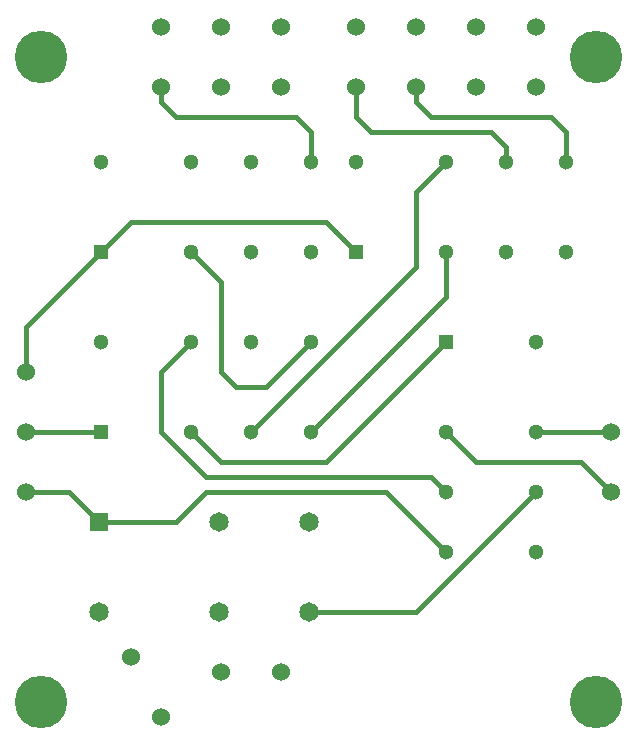
<source format=gbr>
G04 EasyPC Gerber Version 21.0.3 Build 4286 *
G04 #@! TF.Part,Single*
G04 #@! TF.FileFunction,Copper,L2,Bot *
G04 #@! TF.FilePolarity,Positive *
%FSLAX35Y35*%
%MOIN*%
G04 #@! TA.AperFunction,ComponentPad*
%ADD15R,0.05118X0.05118*%
%ADD18R,0.06496X0.06496*%
G04 #@! TD.AperFunction*
%ADD19C,0.01500*%
G04 #@! TA.AperFunction,ComponentPad*
%ADD16C,0.05118*%
G04 #@! TA.AperFunction,WasherPad*
%ADD13C,0.06000*%
G04 #@! TA.AperFunction,ComponentPad*
%ADD17C,0.06496*%
G04 #@! TA.AperFunction,WasherPad*
%ADD14C,0.17500*%
X0Y0D02*
D02*
D13*
X15250Y90250D03*
Y110250D03*
Y130250D03*
X50250Y35250D03*
X60250Y15250D03*
Y225250D03*
Y245250D03*
X80250Y30250D03*
Y225250D03*
Y245250D03*
X100250Y30250D03*
Y225250D03*
Y245250D03*
X125250Y225250D03*
Y245250D03*
X145250Y225250D03*
Y245250D03*
X165250Y225250D03*
Y245250D03*
X185250Y225250D03*
Y245250D03*
X210250Y90250D03*
Y110250D03*
D02*
D14*
X20250Y20250D03*
Y235250D03*
X205250Y20250D03*
Y235250D03*
D02*
D15*
X40250Y110250D03*
Y170250D03*
X125250D03*
X155250Y140250D03*
D02*
D16*
X40250D03*
Y200250D03*
X70250Y110250D03*
Y140250D03*
Y170250D03*
Y200250D03*
X90250Y110250D03*
Y140250D03*
Y170250D03*
Y200250D03*
X110250Y110250D03*
Y140250D03*
Y170250D03*
Y200250D03*
X125250D03*
X155250Y70250D03*
Y90250D03*
Y110250D03*
Y170250D03*
Y200250D03*
X175250Y170250D03*
Y200250D03*
X185250Y70250D03*
Y90250D03*
Y110250D03*
Y140250D03*
X195250Y170250D03*
Y200250D03*
D02*
D17*
X39581Y50250D03*
X79581D03*
Y80250D03*
X109581Y50250D03*
Y80250D03*
D02*
D18*
X39581D03*
D02*
D19*
X15250Y90250D02*
X29581D01*
X39581Y80250*
X15250Y130250D02*
Y145250D01*
X40250Y170250*
X39581Y80250D02*
X65250D01*
X75250Y90250*
X135250*
X155250Y70250*
X40250Y110250D02*
X15250D01*
X40250Y170250D02*
X50250Y180250D01*
X115250*
X125250Y170250*
X70250Y110250D02*
X80250Y100250D01*
X115250*
X155250Y140250*
X70250Y170250D02*
X80250Y160250D01*
Y130250*
X85250Y125250*
X95250*
X110250Y140250*
X75250Y95250D02*
X150250D01*
X155250Y90250*
X75250Y95250D02*
X60250Y110250D01*
Y130250*
X70250Y140250*
X90250Y110250D02*
X145250Y165250D01*
Y190250*
X155250Y200250*
X109581Y50250D02*
X145250D01*
X185250Y90250*
X110250Y200250D02*
Y210250D01*
X105250Y215250*
X65250*
X60250Y220250*
Y225250*
X125250D02*
Y215250D01*
X130250Y210250*
X170250*
X175250Y205250*
Y200250*
X145250Y225250D02*
Y220250D01*
X150250Y215250*
X190250*
X195250Y210250*
Y200250*
X155250Y110250D02*
X165250Y100250D01*
X200250*
X210250Y90250*
X155250Y170250D02*
Y155250D01*
X110250Y110250*
X185250D02*
X210250D01*
X0Y0D02*
M02*

</source>
